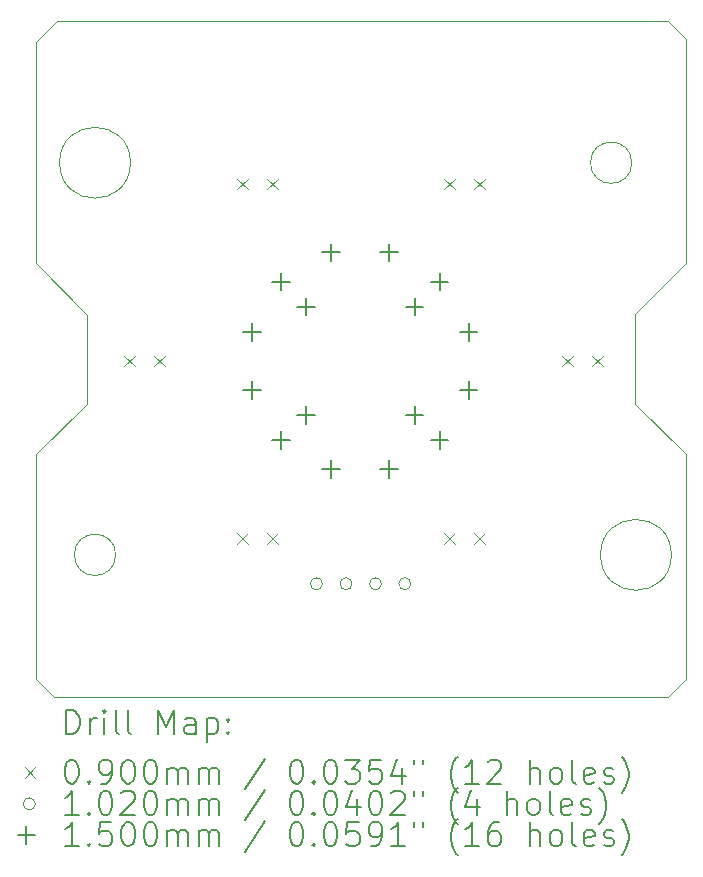
<source format=gbr>
%TF.GenerationSoftware,KiCad,Pcbnew,9.0.4-9.0.4-0~ubuntu24.04.1*%
%TF.CreationDate,2025-09-13T11:56:24+02:00*%
%TF.ProjectId,SMG_OVN_DE96-00994A,534d475f-4f56-44e5-9f44-4539362d3030,1*%
%TF.SameCoordinates,Original*%
%TF.FileFunction,Drillmap*%
%TF.FilePolarity,Positive*%
%FSLAX45Y45*%
G04 Gerber Fmt 4.5, Leading zero omitted, Abs format (unit mm)*
G04 Created by KiCad (PCBNEW 9.0.4-9.0.4-0~ubuntu24.04.1) date 2025-09-13 11:56:24*
%MOMM*%
%LPD*%
G01*
G04 APERTURE LIST*
%ADD10C,0.100000*%
%ADD11C,0.050000*%
%ADD12C,0.200000*%
%ADD13C,0.102000*%
%ADD14C,0.150000*%
G04 APERTURE END LIST*
D10*
X17770000Y-10030000D02*
X18200000Y-9600000D01*
X18200000Y-9600000D02*
X18200000Y-7700000D01*
D11*
X13500000Y-8750000D02*
G75*
G02*
X12900000Y-8750000I-300000J0D01*
G01*
X12900000Y-8750000D02*
G75*
G02*
X13500000Y-8750000I300000J0D01*
G01*
D10*
X18200000Y-11220000D02*
X17770000Y-10790000D01*
X18200000Y-13120000D02*
X18200000Y-11220000D01*
X13130000Y-10790000D02*
X12700000Y-11220000D01*
D11*
X17745000Y-8750000D02*
G75*
G02*
X17395000Y-8750000I-175000J0D01*
G01*
X17395000Y-8750000D02*
G75*
G02*
X17745000Y-8750000I175000J0D01*
G01*
D10*
X18200000Y-7700000D02*
X18050000Y-7550000D01*
X12700000Y-7725000D02*
X12700000Y-9600000D01*
X13130000Y-10040000D02*
X13130000Y-10790000D01*
X17770000Y-10790000D02*
X17770000Y-10030000D01*
X18050000Y-7550000D02*
X12875000Y-7550000D01*
X12700000Y-11220000D02*
X12700000Y-13120000D01*
X12875000Y-7550000D02*
X12700000Y-7725000D01*
X12850000Y-13270000D02*
X18050000Y-13270000D01*
X12700000Y-9600000D02*
X13130000Y-10040000D01*
D11*
X13375000Y-12070000D02*
G75*
G02*
X13025000Y-12070000I-175000J0D01*
G01*
X13025000Y-12070000D02*
G75*
G02*
X13375000Y-12070000I175000J0D01*
G01*
D10*
X18050000Y-13270000D02*
X18200000Y-13120000D01*
X12700000Y-13120000D02*
X12850000Y-13270000D01*
D11*
X18080000Y-12070000D02*
G75*
G02*
X17480000Y-12070000I-300000J0D01*
G01*
X17480000Y-12070000D02*
G75*
G02*
X18080000Y-12070000I300000J0D01*
G01*
D12*
D10*
X13445000Y-10385000D02*
X13535000Y-10475000D01*
X13535000Y-10385000D02*
X13445000Y-10475000D01*
X13699000Y-10385000D02*
X13789000Y-10475000D01*
X13789000Y-10385000D02*
X13699000Y-10475000D01*
X14405000Y-8885000D02*
X14495000Y-8975000D01*
X14495000Y-8885000D02*
X14405000Y-8975000D01*
X14405000Y-11885000D02*
X14495000Y-11975000D01*
X14495000Y-11885000D02*
X14405000Y-11975000D01*
X14659000Y-8885000D02*
X14749000Y-8975000D01*
X14749000Y-8885000D02*
X14659000Y-8975000D01*
X14659000Y-11885000D02*
X14749000Y-11975000D01*
X14749000Y-11885000D02*
X14659000Y-11975000D01*
X16155000Y-8885000D02*
X16245000Y-8975000D01*
X16245000Y-8885000D02*
X16155000Y-8975000D01*
X16155000Y-11885000D02*
X16245000Y-11975000D01*
X16245000Y-11885000D02*
X16155000Y-11975000D01*
X16409000Y-8885000D02*
X16499000Y-8975000D01*
X16499000Y-8885000D02*
X16409000Y-8975000D01*
X16409000Y-11885000D02*
X16499000Y-11975000D01*
X16499000Y-11885000D02*
X16409000Y-11975000D01*
X17155000Y-10385000D02*
X17245000Y-10475000D01*
X17245000Y-10385000D02*
X17155000Y-10475000D01*
X17409000Y-10385000D02*
X17499000Y-10475000D01*
X17499000Y-10385000D02*
X17409000Y-10475000D01*
D13*
X15126000Y-12315000D02*
G75*
G02*
X15024000Y-12315000I-51000J0D01*
G01*
X15024000Y-12315000D02*
G75*
G02*
X15126000Y-12315000I51000J0D01*
G01*
X15376000Y-12315000D02*
G75*
G02*
X15274000Y-12315000I-51000J0D01*
G01*
X15274000Y-12315000D02*
G75*
G02*
X15376000Y-12315000I51000J0D01*
G01*
X15626000Y-12315000D02*
G75*
G02*
X15524000Y-12315000I-51000J0D01*
G01*
X15524000Y-12315000D02*
G75*
G02*
X15626000Y-12315000I51000J0D01*
G01*
X15874807Y-12315000D02*
G75*
G02*
X15772807Y-12315000I-51000J0D01*
G01*
X15772807Y-12315000D02*
G75*
G02*
X15874807Y-12315000I51000J0D01*
G01*
D14*
X14528300Y-10106700D02*
X14528300Y-10256700D01*
X14453300Y-10181700D02*
X14603300Y-10181700D01*
X14528300Y-10598500D02*
X14528300Y-10748500D01*
X14453300Y-10673500D02*
X14603300Y-10673500D01*
X14774100Y-9680800D02*
X14774100Y-9830800D01*
X14699100Y-9755800D02*
X14849100Y-9755800D01*
X14774100Y-11024400D02*
X14774100Y-11174400D01*
X14699100Y-11099400D02*
X14849100Y-11099400D01*
X14986300Y-9893000D02*
X14986300Y-10043000D01*
X14911300Y-9968000D02*
X15061300Y-9968000D01*
X14986300Y-10812200D02*
X14986300Y-10962200D01*
X14911300Y-10887200D02*
X15061300Y-10887200D01*
X15200000Y-9435000D02*
X15200000Y-9585000D01*
X15125000Y-9510000D02*
X15275000Y-9510000D01*
X15200000Y-11270200D02*
X15200000Y-11420200D01*
X15125000Y-11345200D02*
X15275000Y-11345200D01*
X15691800Y-9435000D02*
X15691800Y-9585000D01*
X15616800Y-9510000D02*
X15766800Y-9510000D01*
X15691800Y-11270200D02*
X15691800Y-11420200D01*
X15616800Y-11345200D02*
X15766800Y-11345200D01*
X15905500Y-9893000D02*
X15905500Y-10043000D01*
X15830500Y-9968000D02*
X15980500Y-9968000D01*
X15905500Y-10812200D02*
X15905500Y-10962200D01*
X15830500Y-10887200D02*
X15980500Y-10887200D01*
X16117700Y-9680800D02*
X16117700Y-9830800D01*
X16042700Y-9755800D02*
X16192700Y-9755800D01*
X16117700Y-11024400D02*
X16117700Y-11174400D01*
X16042700Y-11099400D02*
X16192700Y-11099400D01*
X16363500Y-10106700D02*
X16363500Y-10256700D01*
X16288500Y-10181700D02*
X16438500Y-10181700D01*
X16363500Y-10598500D02*
X16363500Y-10748500D01*
X16288500Y-10673500D02*
X16438500Y-10673500D01*
D12*
X12955777Y-13586484D02*
X12955777Y-13386484D01*
X12955777Y-13386484D02*
X13003396Y-13386484D01*
X13003396Y-13386484D02*
X13031967Y-13396008D01*
X13031967Y-13396008D02*
X13051015Y-13415055D01*
X13051015Y-13415055D02*
X13060539Y-13434103D01*
X13060539Y-13434103D02*
X13070062Y-13472198D01*
X13070062Y-13472198D02*
X13070062Y-13500769D01*
X13070062Y-13500769D02*
X13060539Y-13538865D01*
X13060539Y-13538865D02*
X13051015Y-13557912D01*
X13051015Y-13557912D02*
X13031967Y-13576960D01*
X13031967Y-13576960D02*
X13003396Y-13586484D01*
X13003396Y-13586484D02*
X12955777Y-13586484D01*
X13155777Y-13586484D02*
X13155777Y-13453150D01*
X13155777Y-13491246D02*
X13165301Y-13472198D01*
X13165301Y-13472198D02*
X13174824Y-13462674D01*
X13174824Y-13462674D02*
X13193872Y-13453150D01*
X13193872Y-13453150D02*
X13212920Y-13453150D01*
X13279586Y-13586484D02*
X13279586Y-13453150D01*
X13279586Y-13386484D02*
X13270062Y-13396008D01*
X13270062Y-13396008D02*
X13279586Y-13405531D01*
X13279586Y-13405531D02*
X13289110Y-13396008D01*
X13289110Y-13396008D02*
X13279586Y-13386484D01*
X13279586Y-13386484D02*
X13279586Y-13405531D01*
X13403396Y-13586484D02*
X13384348Y-13576960D01*
X13384348Y-13576960D02*
X13374824Y-13557912D01*
X13374824Y-13557912D02*
X13374824Y-13386484D01*
X13508158Y-13586484D02*
X13489110Y-13576960D01*
X13489110Y-13576960D02*
X13479586Y-13557912D01*
X13479586Y-13557912D02*
X13479586Y-13386484D01*
X13736729Y-13586484D02*
X13736729Y-13386484D01*
X13736729Y-13386484D02*
X13803396Y-13529341D01*
X13803396Y-13529341D02*
X13870062Y-13386484D01*
X13870062Y-13386484D02*
X13870062Y-13586484D01*
X14051015Y-13586484D02*
X14051015Y-13481722D01*
X14051015Y-13481722D02*
X14041491Y-13462674D01*
X14041491Y-13462674D02*
X14022443Y-13453150D01*
X14022443Y-13453150D02*
X13984348Y-13453150D01*
X13984348Y-13453150D02*
X13965301Y-13462674D01*
X14051015Y-13576960D02*
X14031967Y-13586484D01*
X14031967Y-13586484D02*
X13984348Y-13586484D01*
X13984348Y-13586484D02*
X13965301Y-13576960D01*
X13965301Y-13576960D02*
X13955777Y-13557912D01*
X13955777Y-13557912D02*
X13955777Y-13538865D01*
X13955777Y-13538865D02*
X13965301Y-13519817D01*
X13965301Y-13519817D02*
X13984348Y-13510293D01*
X13984348Y-13510293D02*
X14031967Y-13510293D01*
X14031967Y-13510293D02*
X14051015Y-13500769D01*
X14146253Y-13453150D02*
X14146253Y-13653150D01*
X14146253Y-13462674D02*
X14165301Y-13453150D01*
X14165301Y-13453150D02*
X14203396Y-13453150D01*
X14203396Y-13453150D02*
X14222443Y-13462674D01*
X14222443Y-13462674D02*
X14231967Y-13472198D01*
X14231967Y-13472198D02*
X14241491Y-13491246D01*
X14241491Y-13491246D02*
X14241491Y-13548388D01*
X14241491Y-13548388D02*
X14231967Y-13567436D01*
X14231967Y-13567436D02*
X14222443Y-13576960D01*
X14222443Y-13576960D02*
X14203396Y-13586484D01*
X14203396Y-13586484D02*
X14165301Y-13586484D01*
X14165301Y-13586484D02*
X14146253Y-13576960D01*
X14327205Y-13567436D02*
X14336729Y-13576960D01*
X14336729Y-13576960D02*
X14327205Y-13586484D01*
X14327205Y-13586484D02*
X14317682Y-13576960D01*
X14317682Y-13576960D02*
X14327205Y-13567436D01*
X14327205Y-13567436D02*
X14327205Y-13586484D01*
X14327205Y-13462674D02*
X14336729Y-13472198D01*
X14336729Y-13472198D02*
X14327205Y-13481722D01*
X14327205Y-13481722D02*
X14317682Y-13472198D01*
X14317682Y-13472198D02*
X14327205Y-13462674D01*
X14327205Y-13462674D02*
X14327205Y-13481722D01*
D10*
X12605000Y-13870000D02*
X12695000Y-13960000D01*
X12695000Y-13870000D02*
X12605000Y-13960000D01*
D12*
X12993872Y-13806484D02*
X13012920Y-13806484D01*
X13012920Y-13806484D02*
X13031967Y-13816008D01*
X13031967Y-13816008D02*
X13041491Y-13825531D01*
X13041491Y-13825531D02*
X13051015Y-13844579D01*
X13051015Y-13844579D02*
X13060539Y-13882674D01*
X13060539Y-13882674D02*
X13060539Y-13930293D01*
X13060539Y-13930293D02*
X13051015Y-13968388D01*
X13051015Y-13968388D02*
X13041491Y-13987436D01*
X13041491Y-13987436D02*
X13031967Y-13996960D01*
X13031967Y-13996960D02*
X13012920Y-14006484D01*
X13012920Y-14006484D02*
X12993872Y-14006484D01*
X12993872Y-14006484D02*
X12974824Y-13996960D01*
X12974824Y-13996960D02*
X12965301Y-13987436D01*
X12965301Y-13987436D02*
X12955777Y-13968388D01*
X12955777Y-13968388D02*
X12946253Y-13930293D01*
X12946253Y-13930293D02*
X12946253Y-13882674D01*
X12946253Y-13882674D02*
X12955777Y-13844579D01*
X12955777Y-13844579D02*
X12965301Y-13825531D01*
X12965301Y-13825531D02*
X12974824Y-13816008D01*
X12974824Y-13816008D02*
X12993872Y-13806484D01*
X13146253Y-13987436D02*
X13155777Y-13996960D01*
X13155777Y-13996960D02*
X13146253Y-14006484D01*
X13146253Y-14006484D02*
X13136729Y-13996960D01*
X13136729Y-13996960D02*
X13146253Y-13987436D01*
X13146253Y-13987436D02*
X13146253Y-14006484D01*
X13251015Y-14006484D02*
X13289110Y-14006484D01*
X13289110Y-14006484D02*
X13308158Y-13996960D01*
X13308158Y-13996960D02*
X13317682Y-13987436D01*
X13317682Y-13987436D02*
X13336729Y-13958865D01*
X13336729Y-13958865D02*
X13346253Y-13920769D01*
X13346253Y-13920769D02*
X13346253Y-13844579D01*
X13346253Y-13844579D02*
X13336729Y-13825531D01*
X13336729Y-13825531D02*
X13327205Y-13816008D01*
X13327205Y-13816008D02*
X13308158Y-13806484D01*
X13308158Y-13806484D02*
X13270062Y-13806484D01*
X13270062Y-13806484D02*
X13251015Y-13816008D01*
X13251015Y-13816008D02*
X13241491Y-13825531D01*
X13241491Y-13825531D02*
X13231967Y-13844579D01*
X13231967Y-13844579D02*
X13231967Y-13892198D01*
X13231967Y-13892198D02*
X13241491Y-13911246D01*
X13241491Y-13911246D02*
X13251015Y-13920769D01*
X13251015Y-13920769D02*
X13270062Y-13930293D01*
X13270062Y-13930293D02*
X13308158Y-13930293D01*
X13308158Y-13930293D02*
X13327205Y-13920769D01*
X13327205Y-13920769D02*
X13336729Y-13911246D01*
X13336729Y-13911246D02*
X13346253Y-13892198D01*
X13470062Y-13806484D02*
X13489110Y-13806484D01*
X13489110Y-13806484D02*
X13508158Y-13816008D01*
X13508158Y-13816008D02*
X13517682Y-13825531D01*
X13517682Y-13825531D02*
X13527205Y-13844579D01*
X13527205Y-13844579D02*
X13536729Y-13882674D01*
X13536729Y-13882674D02*
X13536729Y-13930293D01*
X13536729Y-13930293D02*
X13527205Y-13968388D01*
X13527205Y-13968388D02*
X13517682Y-13987436D01*
X13517682Y-13987436D02*
X13508158Y-13996960D01*
X13508158Y-13996960D02*
X13489110Y-14006484D01*
X13489110Y-14006484D02*
X13470062Y-14006484D01*
X13470062Y-14006484D02*
X13451015Y-13996960D01*
X13451015Y-13996960D02*
X13441491Y-13987436D01*
X13441491Y-13987436D02*
X13431967Y-13968388D01*
X13431967Y-13968388D02*
X13422443Y-13930293D01*
X13422443Y-13930293D02*
X13422443Y-13882674D01*
X13422443Y-13882674D02*
X13431967Y-13844579D01*
X13431967Y-13844579D02*
X13441491Y-13825531D01*
X13441491Y-13825531D02*
X13451015Y-13816008D01*
X13451015Y-13816008D02*
X13470062Y-13806484D01*
X13660539Y-13806484D02*
X13679586Y-13806484D01*
X13679586Y-13806484D02*
X13698634Y-13816008D01*
X13698634Y-13816008D02*
X13708158Y-13825531D01*
X13708158Y-13825531D02*
X13717682Y-13844579D01*
X13717682Y-13844579D02*
X13727205Y-13882674D01*
X13727205Y-13882674D02*
X13727205Y-13930293D01*
X13727205Y-13930293D02*
X13717682Y-13968388D01*
X13717682Y-13968388D02*
X13708158Y-13987436D01*
X13708158Y-13987436D02*
X13698634Y-13996960D01*
X13698634Y-13996960D02*
X13679586Y-14006484D01*
X13679586Y-14006484D02*
X13660539Y-14006484D01*
X13660539Y-14006484D02*
X13641491Y-13996960D01*
X13641491Y-13996960D02*
X13631967Y-13987436D01*
X13631967Y-13987436D02*
X13622443Y-13968388D01*
X13622443Y-13968388D02*
X13612920Y-13930293D01*
X13612920Y-13930293D02*
X13612920Y-13882674D01*
X13612920Y-13882674D02*
X13622443Y-13844579D01*
X13622443Y-13844579D02*
X13631967Y-13825531D01*
X13631967Y-13825531D02*
X13641491Y-13816008D01*
X13641491Y-13816008D02*
X13660539Y-13806484D01*
X13812920Y-14006484D02*
X13812920Y-13873150D01*
X13812920Y-13892198D02*
X13822443Y-13882674D01*
X13822443Y-13882674D02*
X13841491Y-13873150D01*
X13841491Y-13873150D02*
X13870063Y-13873150D01*
X13870063Y-13873150D02*
X13889110Y-13882674D01*
X13889110Y-13882674D02*
X13898634Y-13901722D01*
X13898634Y-13901722D02*
X13898634Y-14006484D01*
X13898634Y-13901722D02*
X13908158Y-13882674D01*
X13908158Y-13882674D02*
X13927205Y-13873150D01*
X13927205Y-13873150D02*
X13955777Y-13873150D01*
X13955777Y-13873150D02*
X13974824Y-13882674D01*
X13974824Y-13882674D02*
X13984348Y-13901722D01*
X13984348Y-13901722D02*
X13984348Y-14006484D01*
X14079586Y-14006484D02*
X14079586Y-13873150D01*
X14079586Y-13892198D02*
X14089110Y-13882674D01*
X14089110Y-13882674D02*
X14108158Y-13873150D01*
X14108158Y-13873150D02*
X14136729Y-13873150D01*
X14136729Y-13873150D02*
X14155777Y-13882674D01*
X14155777Y-13882674D02*
X14165301Y-13901722D01*
X14165301Y-13901722D02*
X14165301Y-14006484D01*
X14165301Y-13901722D02*
X14174824Y-13882674D01*
X14174824Y-13882674D02*
X14193872Y-13873150D01*
X14193872Y-13873150D02*
X14222443Y-13873150D01*
X14222443Y-13873150D02*
X14241491Y-13882674D01*
X14241491Y-13882674D02*
X14251015Y-13901722D01*
X14251015Y-13901722D02*
X14251015Y-14006484D01*
X14641491Y-13796960D02*
X14470063Y-14054103D01*
X14898634Y-13806484D02*
X14917682Y-13806484D01*
X14917682Y-13806484D02*
X14936729Y-13816008D01*
X14936729Y-13816008D02*
X14946253Y-13825531D01*
X14946253Y-13825531D02*
X14955777Y-13844579D01*
X14955777Y-13844579D02*
X14965301Y-13882674D01*
X14965301Y-13882674D02*
X14965301Y-13930293D01*
X14965301Y-13930293D02*
X14955777Y-13968388D01*
X14955777Y-13968388D02*
X14946253Y-13987436D01*
X14946253Y-13987436D02*
X14936729Y-13996960D01*
X14936729Y-13996960D02*
X14917682Y-14006484D01*
X14917682Y-14006484D02*
X14898634Y-14006484D01*
X14898634Y-14006484D02*
X14879586Y-13996960D01*
X14879586Y-13996960D02*
X14870063Y-13987436D01*
X14870063Y-13987436D02*
X14860539Y-13968388D01*
X14860539Y-13968388D02*
X14851015Y-13930293D01*
X14851015Y-13930293D02*
X14851015Y-13882674D01*
X14851015Y-13882674D02*
X14860539Y-13844579D01*
X14860539Y-13844579D02*
X14870063Y-13825531D01*
X14870063Y-13825531D02*
X14879586Y-13816008D01*
X14879586Y-13816008D02*
X14898634Y-13806484D01*
X15051015Y-13987436D02*
X15060539Y-13996960D01*
X15060539Y-13996960D02*
X15051015Y-14006484D01*
X15051015Y-14006484D02*
X15041491Y-13996960D01*
X15041491Y-13996960D02*
X15051015Y-13987436D01*
X15051015Y-13987436D02*
X15051015Y-14006484D01*
X15184348Y-13806484D02*
X15203396Y-13806484D01*
X15203396Y-13806484D02*
X15222444Y-13816008D01*
X15222444Y-13816008D02*
X15231967Y-13825531D01*
X15231967Y-13825531D02*
X15241491Y-13844579D01*
X15241491Y-13844579D02*
X15251015Y-13882674D01*
X15251015Y-13882674D02*
X15251015Y-13930293D01*
X15251015Y-13930293D02*
X15241491Y-13968388D01*
X15241491Y-13968388D02*
X15231967Y-13987436D01*
X15231967Y-13987436D02*
X15222444Y-13996960D01*
X15222444Y-13996960D02*
X15203396Y-14006484D01*
X15203396Y-14006484D02*
X15184348Y-14006484D01*
X15184348Y-14006484D02*
X15165301Y-13996960D01*
X15165301Y-13996960D02*
X15155777Y-13987436D01*
X15155777Y-13987436D02*
X15146253Y-13968388D01*
X15146253Y-13968388D02*
X15136729Y-13930293D01*
X15136729Y-13930293D02*
X15136729Y-13882674D01*
X15136729Y-13882674D02*
X15146253Y-13844579D01*
X15146253Y-13844579D02*
X15155777Y-13825531D01*
X15155777Y-13825531D02*
X15165301Y-13816008D01*
X15165301Y-13816008D02*
X15184348Y-13806484D01*
X15317682Y-13806484D02*
X15441491Y-13806484D01*
X15441491Y-13806484D02*
X15374825Y-13882674D01*
X15374825Y-13882674D02*
X15403396Y-13882674D01*
X15403396Y-13882674D02*
X15422444Y-13892198D01*
X15422444Y-13892198D02*
X15431967Y-13901722D01*
X15431967Y-13901722D02*
X15441491Y-13920769D01*
X15441491Y-13920769D02*
X15441491Y-13968388D01*
X15441491Y-13968388D02*
X15431967Y-13987436D01*
X15431967Y-13987436D02*
X15422444Y-13996960D01*
X15422444Y-13996960D02*
X15403396Y-14006484D01*
X15403396Y-14006484D02*
X15346253Y-14006484D01*
X15346253Y-14006484D02*
X15327206Y-13996960D01*
X15327206Y-13996960D02*
X15317682Y-13987436D01*
X15622444Y-13806484D02*
X15527206Y-13806484D01*
X15527206Y-13806484D02*
X15517682Y-13901722D01*
X15517682Y-13901722D02*
X15527206Y-13892198D01*
X15527206Y-13892198D02*
X15546253Y-13882674D01*
X15546253Y-13882674D02*
X15593872Y-13882674D01*
X15593872Y-13882674D02*
X15612920Y-13892198D01*
X15612920Y-13892198D02*
X15622444Y-13901722D01*
X15622444Y-13901722D02*
X15631967Y-13920769D01*
X15631967Y-13920769D02*
X15631967Y-13968388D01*
X15631967Y-13968388D02*
X15622444Y-13987436D01*
X15622444Y-13987436D02*
X15612920Y-13996960D01*
X15612920Y-13996960D02*
X15593872Y-14006484D01*
X15593872Y-14006484D02*
X15546253Y-14006484D01*
X15546253Y-14006484D02*
X15527206Y-13996960D01*
X15527206Y-13996960D02*
X15517682Y-13987436D01*
X15803396Y-13873150D02*
X15803396Y-14006484D01*
X15755777Y-13796960D02*
X15708158Y-13939817D01*
X15708158Y-13939817D02*
X15831967Y-13939817D01*
X15898634Y-13806484D02*
X15898634Y-13844579D01*
X15974825Y-13806484D02*
X15974825Y-13844579D01*
X16270063Y-14082674D02*
X16260539Y-14073150D01*
X16260539Y-14073150D02*
X16241491Y-14044579D01*
X16241491Y-14044579D02*
X16231968Y-14025531D01*
X16231968Y-14025531D02*
X16222444Y-13996960D01*
X16222444Y-13996960D02*
X16212920Y-13949341D01*
X16212920Y-13949341D02*
X16212920Y-13911246D01*
X16212920Y-13911246D02*
X16222444Y-13863627D01*
X16222444Y-13863627D02*
X16231968Y-13835055D01*
X16231968Y-13835055D02*
X16241491Y-13816008D01*
X16241491Y-13816008D02*
X16260539Y-13787436D01*
X16260539Y-13787436D02*
X16270063Y-13777912D01*
X16451015Y-14006484D02*
X16336729Y-14006484D01*
X16393872Y-14006484D02*
X16393872Y-13806484D01*
X16393872Y-13806484D02*
X16374825Y-13835055D01*
X16374825Y-13835055D02*
X16355777Y-13854103D01*
X16355777Y-13854103D02*
X16336729Y-13863627D01*
X16527206Y-13825531D02*
X16536729Y-13816008D01*
X16536729Y-13816008D02*
X16555777Y-13806484D01*
X16555777Y-13806484D02*
X16603396Y-13806484D01*
X16603396Y-13806484D02*
X16622444Y-13816008D01*
X16622444Y-13816008D02*
X16631968Y-13825531D01*
X16631968Y-13825531D02*
X16641491Y-13844579D01*
X16641491Y-13844579D02*
X16641491Y-13863627D01*
X16641491Y-13863627D02*
X16631968Y-13892198D01*
X16631968Y-13892198D02*
X16517682Y-14006484D01*
X16517682Y-14006484D02*
X16641491Y-14006484D01*
X16879587Y-14006484D02*
X16879587Y-13806484D01*
X16965301Y-14006484D02*
X16965301Y-13901722D01*
X16965301Y-13901722D02*
X16955777Y-13882674D01*
X16955777Y-13882674D02*
X16936730Y-13873150D01*
X16936730Y-13873150D02*
X16908158Y-13873150D01*
X16908158Y-13873150D02*
X16889111Y-13882674D01*
X16889111Y-13882674D02*
X16879587Y-13892198D01*
X17089111Y-14006484D02*
X17070063Y-13996960D01*
X17070063Y-13996960D02*
X17060539Y-13987436D01*
X17060539Y-13987436D02*
X17051015Y-13968388D01*
X17051015Y-13968388D02*
X17051015Y-13911246D01*
X17051015Y-13911246D02*
X17060539Y-13892198D01*
X17060539Y-13892198D02*
X17070063Y-13882674D01*
X17070063Y-13882674D02*
X17089111Y-13873150D01*
X17089111Y-13873150D02*
X17117682Y-13873150D01*
X17117682Y-13873150D02*
X17136730Y-13882674D01*
X17136730Y-13882674D02*
X17146253Y-13892198D01*
X17146253Y-13892198D02*
X17155777Y-13911246D01*
X17155777Y-13911246D02*
X17155777Y-13968388D01*
X17155777Y-13968388D02*
X17146253Y-13987436D01*
X17146253Y-13987436D02*
X17136730Y-13996960D01*
X17136730Y-13996960D02*
X17117682Y-14006484D01*
X17117682Y-14006484D02*
X17089111Y-14006484D01*
X17270063Y-14006484D02*
X17251015Y-13996960D01*
X17251015Y-13996960D02*
X17241492Y-13977912D01*
X17241492Y-13977912D02*
X17241492Y-13806484D01*
X17422444Y-13996960D02*
X17403396Y-14006484D01*
X17403396Y-14006484D02*
X17365301Y-14006484D01*
X17365301Y-14006484D02*
X17346253Y-13996960D01*
X17346253Y-13996960D02*
X17336730Y-13977912D01*
X17336730Y-13977912D02*
X17336730Y-13901722D01*
X17336730Y-13901722D02*
X17346253Y-13882674D01*
X17346253Y-13882674D02*
X17365301Y-13873150D01*
X17365301Y-13873150D02*
X17403396Y-13873150D01*
X17403396Y-13873150D02*
X17422444Y-13882674D01*
X17422444Y-13882674D02*
X17431968Y-13901722D01*
X17431968Y-13901722D02*
X17431968Y-13920769D01*
X17431968Y-13920769D02*
X17336730Y-13939817D01*
X17508158Y-13996960D02*
X17527206Y-14006484D01*
X17527206Y-14006484D02*
X17565301Y-14006484D01*
X17565301Y-14006484D02*
X17584349Y-13996960D01*
X17584349Y-13996960D02*
X17593873Y-13977912D01*
X17593873Y-13977912D02*
X17593873Y-13968388D01*
X17593873Y-13968388D02*
X17584349Y-13949341D01*
X17584349Y-13949341D02*
X17565301Y-13939817D01*
X17565301Y-13939817D02*
X17536730Y-13939817D01*
X17536730Y-13939817D02*
X17517682Y-13930293D01*
X17517682Y-13930293D02*
X17508158Y-13911246D01*
X17508158Y-13911246D02*
X17508158Y-13901722D01*
X17508158Y-13901722D02*
X17517682Y-13882674D01*
X17517682Y-13882674D02*
X17536730Y-13873150D01*
X17536730Y-13873150D02*
X17565301Y-13873150D01*
X17565301Y-13873150D02*
X17584349Y-13882674D01*
X17660539Y-14082674D02*
X17670063Y-14073150D01*
X17670063Y-14073150D02*
X17689111Y-14044579D01*
X17689111Y-14044579D02*
X17698634Y-14025531D01*
X17698634Y-14025531D02*
X17708158Y-13996960D01*
X17708158Y-13996960D02*
X17717682Y-13949341D01*
X17717682Y-13949341D02*
X17717682Y-13911246D01*
X17717682Y-13911246D02*
X17708158Y-13863627D01*
X17708158Y-13863627D02*
X17698634Y-13835055D01*
X17698634Y-13835055D02*
X17689111Y-13816008D01*
X17689111Y-13816008D02*
X17670063Y-13787436D01*
X17670063Y-13787436D02*
X17660539Y-13777912D01*
D13*
X12695000Y-14179000D02*
G75*
G02*
X12593000Y-14179000I-51000J0D01*
G01*
X12593000Y-14179000D02*
G75*
G02*
X12695000Y-14179000I51000J0D01*
G01*
D12*
X13060539Y-14270484D02*
X12946253Y-14270484D01*
X13003396Y-14270484D02*
X13003396Y-14070484D01*
X13003396Y-14070484D02*
X12984348Y-14099055D01*
X12984348Y-14099055D02*
X12965301Y-14118103D01*
X12965301Y-14118103D02*
X12946253Y-14127627D01*
X13146253Y-14251436D02*
X13155777Y-14260960D01*
X13155777Y-14260960D02*
X13146253Y-14270484D01*
X13146253Y-14270484D02*
X13136729Y-14260960D01*
X13136729Y-14260960D02*
X13146253Y-14251436D01*
X13146253Y-14251436D02*
X13146253Y-14270484D01*
X13279586Y-14070484D02*
X13298634Y-14070484D01*
X13298634Y-14070484D02*
X13317682Y-14080008D01*
X13317682Y-14080008D02*
X13327205Y-14089531D01*
X13327205Y-14089531D02*
X13336729Y-14108579D01*
X13336729Y-14108579D02*
X13346253Y-14146674D01*
X13346253Y-14146674D02*
X13346253Y-14194293D01*
X13346253Y-14194293D02*
X13336729Y-14232388D01*
X13336729Y-14232388D02*
X13327205Y-14251436D01*
X13327205Y-14251436D02*
X13317682Y-14260960D01*
X13317682Y-14260960D02*
X13298634Y-14270484D01*
X13298634Y-14270484D02*
X13279586Y-14270484D01*
X13279586Y-14270484D02*
X13260539Y-14260960D01*
X13260539Y-14260960D02*
X13251015Y-14251436D01*
X13251015Y-14251436D02*
X13241491Y-14232388D01*
X13241491Y-14232388D02*
X13231967Y-14194293D01*
X13231967Y-14194293D02*
X13231967Y-14146674D01*
X13231967Y-14146674D02*
X13241491Y-14108579D01*
X13241491Y-14108579D02*
X13251015Y-14089531D01*
X13251015Y-14089531D02*
X13260539Y-14080008D01*
X13260539Y-14080008D02*
X13279586Y-14070484D01*
X13422443Y-14089531D02*
X13431967Y-14080008D01*
X13431967Y-14080008D02*
X13451015Y-14070484D01*
X13451015Y-14070484D02*
X13498634Y-14070484D01*
X13498634Y-14070484D02*
X13517682Y-14080008D01*
X13517682Y-14080008D02*
X13527205Y-14089531D01*
X13527205Y-14089531D02*
X13536729Y-14108579D01*
X13536729Y-14108579D02*
X13536729Y-14127627D01*
X13536729Y-14127627D02*
X13527205Y-14156198D01*
X13527205Y-14156198D02*
X13412920Y-14270484D01*
X13412920Y-14270484D02*
X13536729Y-14270484D01*
X13660539Y-14070484D02*
X13679586Y-14070484D01*
X13679586Y-14070484D02*
X13698634Y-14080008D01*
X13698634Y-14080008D02*
X13708158Y-14089531D01*
X13708158Y-14089531D02*
X13717682Y-14108579D01*
X13717682Y-14108579D02*
X13727205Y-14146674D01*
X13727205Y-14146674D02*
X13727205Y-14194293D01*
X13727205Y-14194293D02*
X13717682Y-14232388D01*
X13717682Y-14232388D02*
X13708158Y-14251436D01*
X13708158Y-14251436D02*
X13698634Y-14260960D01*
X13698634Y-14260960D02*
X13679586Y-14270484D01*
X13679586Y-14270484D02*
X13660539Y-14270484D01*
X13660539Y-14270484D02*
X13641491Y-14260960D01*
X13641491Y-14260960D02*
X13631967Y-14251436D01*
X13631967Y-14251436D02*
X13622443Y-14232388D01*
X13622443Y-14232388D02*
X13612920Y-14194293D01*
X13612920Y-14194293D02*
X13612920Y-14146674D01*
X13612920Y-14146674D02*
X13622443Y-14108579D01*
X13622443Y-14108579D02*
X13631967Y-14089531D01*
X13631967Y-14089531D02*
X13641491Y-14080008D01*
X13641491Y-14080008D02*
X13660539Y-14070484D01*
X13812920Y-14270484D02*
X13812920Y-14137150D01*
X13812920Y-14156198D02*
X13822443Y-14146674D01*
X13822443Y-14146674D02*
X13841491Y-14137150D01*
X13841491Y-14137150D02*
X13870063Y-14137150D01*
X13870063Y-14137150D02*
X13889110Y-14146674D01*
X13889110Y-14146674D02*
X13898634Y-14165722D01*
X13898634Y-14165722D02*
X13898634Y-14270484D01*
X13898634Y-14165722D02*
X13908158Y-14146674D01*
X13908158Y-14146674D02*
X13927205Y-14137150D01*
X13927205Y-14137150D02*
X13955777Y-14137150D01*
X13955777Y-14137150D02*
X13974824Y-14146674D01*
X13974824Y-14146674D02*
X13984348Y-14165722D01*
X13984348Y-14165722D02*
X13984348Y-14270484D01*
X14079586Y-14270484D02*
X14079586Y-14137150D01*
X14079586Y-14156198D02*
X14089110Y-14146674D01*
X14089110Y-14146674D02*
X14108158Y-14137150D01*
X14108158Y-14137150D02*
X14136729Y-14137150D01*
X14136729Y-14137150D02*
X14155777Y-14146674D01*
X14155777Y-14146674D02*
X14165301Y-14165722D01*
X14165301Y-14165722D02*
X14165301Y-14270484D01*
X14165301Y-14165722D02*
X14174824Y-14146674D01*
X14174824Y-14146674D02*
X14193872Y-14137150D01*
X14193872Y-14137150D02*
X14222443Y-14137150D01*
X14222443Y-14137150D02*
X14241491Y-14146674D01*
X14241491Y-14146674D02*
X14251015Y-14165722D01*
X14251015Y-14165722D02*
X14251015Y-14270484D01*
X14641491Y-14060960D02*
X14470063Y-14318103D01*
X14898634Y-14070484D02*
X14917682Y-14070484D01*
X14917682Y-14070484D02*
X14936729Y-14080008D01*
X14936729Y-14080008D02*
X14946253Y-14089531D01*
X14946253Y-14089531D02*
X14955777Y-14108579D01*
X14955777Y-14108579D02*
X14965301Y-14146674D01*
X14965301Y-14146674D02*
X14965301Y-14194293D01*
X14965301Y-14194293D02*
X14955777Y-14232388D01*
X14955777Y-14232388D02*
X14946253Y-14251436D01*
X14946253Y-14251436D02*
X14936729Y-14260960D01*
X14936729Y-14260960D02*
X14917682Y-14270484D01*
X14917682Y-14270484D02*
X14898634Y-14270484D01*
X14898634Y-14270484D02*
X14879586Y-14260960D01*
X14879586Y-14260960D02*
X14870063Y-14251436D01*
X14870063Y-14251436D02*
X14860539Y-14232388D01*
X14860539Y-14232388D02*
X14851015Y-14194293D01*
X14851015Y-14194293D02*
X14851015Y-14146674D01*
X14851015Y-14146674D02*
X14860539Y-14108579D01*
X14860539Y-14108579D02*
X14870063Y-14089531D01*
X14870063Y-14089531D02*
X14879586Y-14080008D01*
X14879586Y-14080008D02*
X14898634Y-14070484D01*
X15051015Y-14251436D02*
X15060539Y-14260960D01*
X15060539Y-14260960D02*
X15051015Y-14270484D01*
X15051015Y-14270484D02*
X15041491Y-14260960D01*
X15041491Y-14260960D02*
X15051015Y-14251436D01*
X15051015Y-14251436D02*
X15051015Y-14270484D01*
X15184348Y-14070484D02*
X15203396Y-14070484D01*
X15203396Y-14070484D02*
X15222444Y-14080008D01*
X15222444Y-14080008D02*
X15231967Y-14089531D01*
X15231967Y-14089531D02*
X15241491Y-14108579D01*
X15241491Y-14108579D02*
X15251015Y-14146674D01*
X15251015Y-14146674D02*
X15251015Y-14194293D01*
X15251015Y-14194293D02*
X15241491Y-14232388D01*
X15241491Y-14232388D02*
X15231967Y-14251436D01*
X15231967Y-14251436D02*
X15222444Y-14260960D01*
X15222444Y-14260960D02*
X15203396Y-14270484D01*
X15203396Y-14270484D02*
X15184348Y-14270484D01*
X15184348Y-14270484D02*
X15165301Y-14260960D01*
X15165301Y-14260960D02*
X15155777Y-14251436D01*
X15155777Y-14251436D02*
X15146253Y-14232388D01*
X15146253Y-14232388D02*
X15136729Y-14194293D01*
X15136729Y-14194293D02*
X15136729Y-14146674D01*
X15136729Y-14146674D02*
X15146253Y-14108579D01*
X15146253Y-14108579D02*
X15155777Y-14089531D01*
X15155777Y-14089531D02*
X15165301Y-14080008D01*
X15165301Y-14080008D02*
X15184348Y-14070484D01*
X15422444Y-14137150D02*
X15422444Y-14270484D01*
X15374825Y-14060960D02*
X15327206Y-14203817D01*
X15327206Y-14203817D02*
X15451015Y-14203817D01*
X15565301Y-14070484D02*
X15584348Y-14070484D01*
X15584348Y-14070484D02*
X15603396Y-14080008D01*
X15603396Y-14080008D02*
X15612920Y-14089531D01*
X15612920Y-14089531D02*
X15622444Y-14108579D01*
X15622444Y-14108579D02*
X15631967Y-14146674D01*
X15631967Y-14146674D02*
X15631967Y-14194293D01*
X15631967Y-14194293D02*
X15622444Y-14232388D01*
X15622444Y-14232388D02*
X15612920Y-14251436D01*
X15612920Y-14251436D02*
X15603396Y-14260960D01*
X15603396Y-14260960D02*
X15584348Y-14270484D01*
X15584348Y-14270484D02*
X15565301Y-14270484D01*
X15565301Y-14270484D02*
X15546253Y-14260960D01*
X15546253Y-14260960D02*
X15536729Y-14251436D01*
X15536729Y-14251436D02*
X15527206Y-14232388D01*
X15527206Y-14232388D02*
X15517682Y-14194293D01*
X15517682Y-14194293D02*
X15517682Y-14146674D01*
X15517682Y-14146674D02*
X15527206Y-14108579D01*
X15527206Y-14108579D02*
X15536729Y-14089531D01*
X15536729Y-14089531D02*
X15546253Y-14080008D01*
X15546253Y-14080008D02*
X15565301Y-14070484D01*
X15708158Y-14089531D02*
X15717682Y-14080008D01*
X15717682Y-14080008D02*
X15736729Y-14070484D01*
X15736729Y-14070484D02*
X15784348Y-14070484D01*
X15784348Y-14070484D02*
X15803396Y-14080008D01*
X15803396Y-14080008D02*
X15812920Y-14089531D01*
X15812920Y-14089531D02*
X15822444Y-14108579D01*
X15822444Y-14108579D02*
X15822444Y-14127627D01*
X15822444Y-14127627D02*
X15812920Y-14156198D01*
X15812920Y-14156198D02*
X15698634Y-14270484D01*
X15698634Y-14270484D02*
X15822444Y-14270484D01*
X15898634Y-14070484D02*
X15898634Y-14108579D01*
X15974825Y-14070484D02*
X15974825Y-14108579D01*
X16270063Y-14346674D02*
X16260539Y-14337150D01*
X16260539Y-14337150D02*
X16241491Y-14308579D01*
X16241491Y-14308579D02*
X16231968Y-14289531D01*
X16231968Y-14289531D02*
X16222444Y-14260960D01*
X16222444Y-14260960D02*
X16212920Y-14213341D01*
X16212920Y-14213341D02*
X16212920Y-14175246D01*
X16212920Y-14175246D02*
X16222444Y-14127627D01*
X16222444Y-14127627D02*
X16231968Y-14099055D01*
X16231968Y-14099055D02*
X16241491Y-14080008D01*
X16241491Y-14080008D02*
X16260539Y-14051436D01*
X16260539Y-14051436D02*
X16270063Y-14041912D01*
X16431968Y-14137150D02*
X16431968Y-14270484D01*
X16384348Y-14060960D02*
X16336729Y-14203817D01*
X16336729Y-14203817D02*
X16460539Y-14203817D01*
X16689110Y-14270484D02*
X16689110Y-14070484D01*
X16774825Y-14270484D02*
X16774825Y-14165722D01*
X16774825Y-14165722D02*
X16765301Y-14146674D01*
X16765301Y-14146674D02*
X16746253Y-14137150D01*
X16746253Y-14137150D02*
X16717682Y-14137150D01*
X16717682Y-14137150D02*
X16698634Y-14146674D01*
X16698634Y-14146674D02*
X16689110Y-14156198D01*
X16898634Y-14270484D02*
X16879587Y-14260960D01*
X16879587Y-14260960D02*
X16870063Y-14251436D01*
X16870063Y-14251436D02*
X16860539Y-14232388D01*
X16860539Y-14232388D02*
X16860539Y-14175246D01*
X16860539Y-14175246D02*
X16870063Y-14156198D01*
X16870063Y-14156198D02*
X16879587Y-14146674D01*
X16879587Y-14146674D02*
X16898634Y-14137150D01*
X16898634Y-14137150D02*
X16927206Y-14137150D01*
X16927206Y-14137150D02*
X16946253Y-14146674D01*
X16946253Y-14146674D02*
X16955777Y-14156198D01*
X16955777Y-14156198D02*
X16965301Y-14175246D01*
X16965301Y-14175246D02*
X16965301Y-14232388D01*
X16965301Y-14232388D02*
X16955777Y-14251436D01*
X16955777Y-14251436D02*
X16946253Y-14260960D01*
X16946253Y-14260960D02*
X16927206Y-14270484D01*
X16927206Y-14270484D02*
X16898634Y-14270484D01*
X17079587Y-14270484D02*
X17060539Y-14260960D01*
X17060539Y-14260960D02*
X17051015Y-14241912D01*
X17051015Y-14241912D02*
X17051015Y-14070484D01*
X17231968Y-14260960D02*
X17212920Y-14270484D01*
X17212920Y-14270484D02*
X17174825Y-14270484D01*
X17174825Y-14270484D02*
X17155777Y-14260960D01*
X17155777Y-14260960D02*
X17146253Y-14241912D01*
X17146253Y-14241912D02*
X17146253Y-14165722D01*
X17146253Y-14165722D02*
X17155777Y-14146674D01*
X17155777Y-14146674D02*
X17174825Y-14137150D01*
X17174825Y-14137150D02*
X17212920Y-14137150D01*
X17212920Y-14137150D02*
X17231968Y-14146674D01*
X17231968Y-14146674D02*
X17241492Y-14165722D01*
X17241492Y-14165722D02*
X17241492Y-14184769D01*
X17241492Y-14184769D02*
X17146253Y-14203817D01*
X17317682Y-14260960D02*
X17336730Y-14270484D01*
X17336730Y-14270484D02*
X17374825Y-14270484D01*
X17374825Y-14270484D02*
X17393873Y-14260960D01*
X17393873Y-14260960D02*
X17403396Y-14241912D01*
X17403396Y-14241912D02*
X17403396Y-14232388D01*
X17403396Y-14232388D02*
X17393873Y-14213341D01*
X17393873Y-14213341D02*
X17374825Y-14203817D01*
X17374825Y-14203817D02*
X17346253Y-14203817D01*
X17346253Y-14203817D02*
X17327206Y-14194293D01*
X17327206Y-14194293D02*
X17317682Y-14175246D01*
X17317682Y-14175246D02*
X17317682Y-14165722D01*
X17317682Y-14165722D02*
X17327206Y-14146674D01*
X17327206Y-14146674D02*
X17346253Y-14137150D01*
X17346253Y-14137150D02*
X17374825Y-14137150D01*
X17374825Y-14137150D02*
X17393873Y-14146674D01*
X17470063Y-14346674D02*
X17479587Y-14337150D01*
X17479587Y-14337150D02*
X17498634Y-14308579D01*
X17498634Y-14308579D02*
X17508158Y-14289531D01*
X17508158Y-14289531D02*
X17517682Y-14260960D01*
X17517682Y-14260960D02*
X17527206Y-14213341D01*
X17527206Y-14213341D02*
X17527206Y-14175246D01*
X17527206Y-14175246D02*
X17517682Y-14127627D01*
X17517682Y-14127627D02*
X17508158Y-14099055D01*
X17508158Y-14099055D02*
X17498634Y-14080008D01*
X17498634Y-14080008D02*
X17479587Y-14051436D01*
X17479587Y-14051436D02*
X17470063Y-14041912D01*
D14*
X12620000Y-14368000D02*
X12620000Y-14518000D01*
X12545000Y-14443000D02*
X12695000Y-14443000D01*
D12*
X13060539Y-14534484D02*
X12946253Y-14534484D01*
X13003396Y-14534484D02*
X13003396Y-14334484D01*
X13003396Y-14334484D02*
X12984348Y-14363055D01*
X12984348Y-14363055D02*
X12965301Y-14382103D01*
X12965301Y-14382103D02*
X12946253Y-14391627D01*
X13146253Y-14515436D02*
X13155777Y-14524960D01*
X13155777Y-14524960D02*
X13146253Y-14534484D01*
X13146253Y-14534484D02*
X13136729Y-14524960D01*
X13136729Y-14524960D02*
X13146253Y-14515436D01*
X13146253Y-14515436D02*
X13146253Y-14534484D01*
X13336729Y-14334484D02*
X13241491Y-14334484D01*
X13241491Y-14334484D02*
X13231967Y-14429722D01*
X13231967Y-14429722D02*
X13241491Y-14420198D01*
X13241491Y-14420198D02*
X13260539Y-14410674D01*
X13260539Y-14410674D02*
X13308158Y-14410674D01*
X13308158Y-14410674D02*
X13327205Y-14420198D01*
X13327205Y-14420198D02*
X13336729Y-14429722D01*
X13336729Y-14429722D02*
X13346253Y-14448769D01*
X13346253Y-14448769D02*
X13346253Y-14496388D01*
X13346253Y-14496388D02*
X13336729Y-14515436D01*
X13336729Y-14515436D02*
X13327205Y-14524960D01*
X13327205Y-14524960D02*
X13308158Y-14534484D01*
X13308158Y-14534484D02*
X13260539Y-14534484D01*
X13260539Y-14534484D02*
X13241491Y-14524960D01*
X13241491Y-14524960D02*
X13231967Y-14515436D01*
X13470062Y-14334484D02*
X13489110Y-14334484D01*
X13489110Y-14334484D02*
X13508158Y-14344008D01*
X13508158Y-14344008D02*
X13517682Y-14353531D01*
X13517682Y-14353531D02*
X13527205Y-14372579D01*
X13527205Y-14372579D02*
X13536729Y-14410674D01*
X13536729Y-14410674D02*
X13536729Y-14458293D01*
X13536729Y-14458293D02*
X13527205Y-14496388D01*
X13527205Y-14496388D02*
X13517682Y-14515436D01*
X13517682Y-14515436D02*
X13508158Y-14524960D01*
X13508158Y-14524960D02*
X13489110Y-14534484D01*
X13489110Y-14534484D02*
X13470062Y-14534484D01*
X13470062Y-14534484D02*
X13451015Y-14524960D01*
X13451015Y-14524960D02*
X13441491Y-14515436D01*
X13441491Y-14515436D02*
X13431967Y-14496388D01*
X13431967Y-14496388D02*
X13422443Y-14458293D01*
X13422443Y-14458293D02*
X13422443Y-14410674D01*
X13422443Y-14410674D02*
X13431967Y-14372579D01*
X13431967Y-14372579D02*
X13441491Y-14353531D01*
X13441491Y-14353531D02*
X13451015Y-14344008D01*
X13451015Y-14344008D02*
X13470062Y-14334484D01*
X13660539Y-14334484D02*
X13679586Y-14334484D01*
X13679586Y-14334484D02*
X13698634Y-14344008D01*
X13698634Y-14344008D02*
X13708158Y-14353531D01*
X13708158Y-14353531D02*
X13717682Y-14372579D01*
X13717682Y-14372579D02*
X13727205Y-14410674D01*
X13727205Y-14410674D02*
X13727205Y-14458293D01*
X13727205Y-14458293D02*
X13717682Y-14496388D01*
X13717682Y-14496388D02*
X13708158Y-14515436D01*
X13708158Y-14515436D02*
X13698634Y-14524960D01*
X13698634Y-14524960D02*
X13679586Y-14534484D01*
X13679586Y-14534484D02*
X13660539Y-14534484D01*
X13660539Y-14534484D02*
X13641491Y-14524960D01*
X13641491Y-14524960D02*
X13631967Y-14515436D01*
X13631967Y-14515436D02*
X13622443Y-14496388D01*
X13622443Y-14496388D02*
X13612920Y-14458293D01*
X13612920Y-14458293D02*
X13612920Y-14410674D01*
X13612920Y-14410674D02*
X13622443Y-14372579D01*
X13622443Y-14372579D02*
X13631967Y-14353531D01*
X13631967Y-14353531D02*
X13641491Y-14344008D01*
X13641491Y-14344008D02*
X13660539Y-14334484D01*
X13812920Y-14534484D02*
X13812920Y-14401150D01*
X13812920Y-14420198D02*
X13822443Y-14410674D01*
X13822443Y-14410674D02*
X13841491Y-14401150D01*
X13841491Y-14401150D02*
X13870063Y-14401150D01*
X13870063Y-14401150D02*
X13889110Y-14410674D01*
X13889110Y-14410674D02*
X13898634Y-14429722D01*
X13898634Y-14429722D02*
X13898634Y-14534484D01*
X13898634Y-14429722D02*
X13908158Y-14410674D01*
X13908158Y-14410674D02*
X13927205Y-14401150D01*
X13927205Y-14401150D02*
X13955777Y-14401150D01*
X13955777Y-14401150D02*
X13974824Y-14410674D01*
X13974824Y-14410674D02*
X13984348Y-14429722D01*
X13984348Y-14429722D02*
X13984348Y-14534484D01*
X14079586Y-14534484D02*
X14079586Y-14401150D01*
X14079586Y-14420198D02*
X14089110Y-14410674D01*
X14089110Y-14410674D02*
X14108158Y-14401150D01*
X14108158Y-14401150D02*
X14136729Y-14401150D01*
X14136729Y-14401150D02*
X14155777Y-14410674D01*
X14155777Y-14410674D02*
X14165301Y-14429722D01*
X14165301Y-14429722D02*
X14165301Y-14534484D01*
X14165301Y-14429722D02*
X14174824Y-14410674D01*
X14174824Y-14410674D02*
X14193872Y-14401150D01*
X14193872Y-14401150D02*
X14222443Y-14401150D01*
X14222443Y-14401150D02*
X14241491Y-14410674D01*
X14241491Y-14410674D02*
X14251015Y-14429722D01*
X14251015Y-14429722D02*
X14251015Y-14534484D01*
X14641491Y-14324960D02*
X14470063Y-14582103D01*
X14898634Y-14334484D02*
X14917682Y-14334484D01*
X14917682Y-14334484D02*
X14936729Y-14344008D01*
X14936729Y-14344008D02*
X14946253Y-14353531D01*
X14946253Y-14353531D02*
X14955777Y-14372579D01*
X14955777Y-14372579D02*
X14965301Y-14410674D01*
X14965301Y-14410674D02*
X14965301Y-14458293D01*
X14965301Y-14458293D02*
X14955777Y-14496388D01*
X14955777Y-14496388D02*
X14946253Y-14515436D01*
X14946253Y-14515436D02*
X14936729Y-14524960D01*
X14936729Y-14524960D02*
X14917682Y-14534484D01*
X14917682Y-14534484D02*
X14898634Y-14534484D01*
X14898634Y-14534484D02*
X14879586Y-14524960D01*
X14879586Y-14524960D02*
X14870063Y-14515436D01*
X14870063Y-14515436D02*
X14860539Y-14496388D01*
X14860539Y-14496388D02*
X14851015Y-14458293D01*
X14851015Y-14458293D02*
X14851015Y-14410674D01*
X14851015Y-14410674D02*
X14860539Y-14372579D01*
X14860539Y-14372579D02*
X14870063Y-14353531D01*
X14870063Y-14353531D02*
X14879586Y-14344008D01*
X14879586Y-14344008D02*
X14898634Y-14334484D01*
X15051015Y-14515436D02*
X15060539Y-14524960D01*
X15060539Y-14524960D02*
X15051015Y-14534484D01*
X15051015Y-14534484D02*
X15041491Y-14524960D01*
X15041491Y-14524960D02*
X15051015Y-14515436D01*
X15051015Y-14515436D02*
X15051015Y-14534484D01*
X15184348Y-14334484D02*
X15203396Y-14334484D01*
X15203396Y-14334484D02*
X15222444Y-14344008D01*
X15222444Y-14344008D02*
X15231967Y-14353531D01*
X15231967Y-14353531D02*
X15241491Y-14372579D01*
X15241491Y-14372579D02*
X15251015Y-14410674D01*
X15251015Y-14410674D02*
X15251015Y-14458293D01*
X15251015Y-14458293D02*
X15241491Y-14496388D01*
X15241491Y-14496388D02*
X15231967Y-14515436D01*
X15231967Y-14515436D02*
X15222444Y-14524960D01*
X15222444Y-14524960D02*
X15203396Y-14534484D01*
X15203396Y-14534484D02*
X15184348Y-14534484D01*
X15184348Y-14534484D02*
X15165301Y-14524960D01*
X15165301Y-14524960D02*
X15155777Y-14515436D01*
X15155777Y-14515436D02*
X15146253Y-14496388D01*
X15146253Y-14496388D02*
X15136729Y-14458293D01*
X15136729Y-14458293D02*
X15136729Y-14410674D01*
X15136729Y-14410674D02*
X15146253Y-14372579D01*
X15146253Y-14372579D02*
X15155777Y-14353531D01*
X15155777Y-14353531D02*
X15165301Y-14344008D01*
X15165301Y-14344008D02*
X15184348Y-14334484D01*
X15431967Y-14334484D02*
X15336729Y-14334484D01*
X15336729Y-14334484D02*
X15327206Y-14429722D01*
X15327206Y-14429722D02*
X15336729Y-14420198D01*
X15336729Y-14420198D02*
X15355777Y-14410674D01*
X15355777Y-14410674D02*
X15403396Y-14410674D01*
X15403396Y-14410674D02*
X15422444Y-14420198D01*
X15422444Y-14420198D02*
X15431967Y-14429722D01*
X15431967Y-14429722D02*
X15441491Y-14448769D01*
X15441491Y-14448769D02*
X15441491Y-14496388D01*
X15441491Y-14496388D02*
X15431967Y-14515436D01*
X15431967Y-14515436D02*
X15422444Y-14524960D01*
X15422444Y-14524960D02*
X15403396Y-14534484D01*
X15403396Y-14534484D02*
X15355777Y-14534484D01*
X15355777Y-14534484D02*
X15336729Y-14524960D01*
X15336729Y-14524960D02*
X15327206Y-14515436D01*
X15536729Y-14534484D02*
X15574825Y-14534484D01*
X15574825Y-14534484D02*
X15593872Y-14524960D01*
X15593872Y-14524960D02*
X15603396Y-14515436D01*
X15603396Y-14515436D02*
X15622444Y-14486865D01*
X15622444Y-14486865D02*
X15631967Y-14448769D01*
X15631967Y-14448769D02*
X15631967Y-14372579D01*
X15631967Y-14372579D02*
X15622444Y-14353531D01*
X15622444Y-14353531D02*
X15612920Y-14344008D01*
X15612920Y-14344008D02*
X15593872Y-14334484D01*
X15593872Y-14334484D02*
X15555777Y-14334484D01*
X15555777Y-14334484D02*
X15536729Y-14344008D01*
X15536729Y-14344008D02*
X15527206Y-14353531D01*
X15527206Y-14353531D02*
X15517682Y-14372579D01*
X15517682Y-14372579D02*
X15517682Y-14420198D01*
X15517682Y-14420198D02*
X15527206Y-14439246D01*
X15527206Y-14439246D02*
X15536729Y-14448769D01*
X15536729Y-14448769D02*
X15555777Y-14458293D01*
X15555777Y-14458293D02*
X15593872Y-14458293D01*
X15593872Y-14458293D02*
X15612920Y-14448769D01*
X15612920Y-14448769D02*
X15622444Y-14439246D01*
X15622444Y-14439246D02*
X15631967Y-14420198D01*
X15822444Y-14534484D02*
X15708158Y-14534484D01*
X15765301Y-14534484D02*
X15765301Y-14334484D01*
X15765301Y-14334484D02*
X15746253Y-14363055D01*
X15746253Y-14363055D02*
X15727206Y-14382103D01*
X15727206Y-14382103D02*
X15708158Y-14391627D01*
X15898634Y-14334484D02*
X15898634Y-14372579D01*
X15974825Y-14334484D02*
X15974825Y-14372579D01*
X16270063Y-14610674D02*
X16260539Y-14601150D01*
X16260539Y-14601150D02*
X16241491Y-14572579D01*
X16241491Y-14572579D02*
X16231968Y-14553531D01*
X16231968Y-14553531D02*
X16222444Y-14524960D01*
X16222444Y-14524960D02*
X16212920Y-14477341D01*
X16212920Y-14477341D02*
X16212920Y-14439246D01*
X16212920Y-14439246D02*
X16222444Y-14391627D01*
X16222444Y-14391627D02*
X16231968Y-14363055D01*
X16231968Y-14363055D02*
X16241491Y-14344008D01*
X16241491Y-14344008D02*
X16260539Y-14315436D01*
X16260539Y-14315436D02*
X16270063Y-14305912D01*
X16451015Y-14534484D02*
X16336729Y-14534484D01*
X16393872Y-14534484D02*
X16393872Y-14334484D01*
X16393872Y-14334484D02*
X16374825Y-14363055D01*
X16374825Y-14363055D02*
X16355777Y-14382103D01*
X16355777Y-14382103D02*
X16336729Y-14391627D01*
X16622444Y-14334484D02*
X16584348Y-14334484D01*
X16584348Y-14334484D02*
X16565301Y-14344008D01*
X16565301Y-14344008D02*
X16555777Y-14353531D01*
X16555777Y-14353531D02*
X16536729Y-14382103D01*
X16536729Y-14382103D02*
X16527206Y-14420198D01*
X16527206Y-14420198D02*
X16527206Y-14496388D01*
X16527206Y-14496388D02*
X16536729Y-14515436D01*
X16536729Y-14515436D02*
X16546253Y-14524960D01*
X16546253Y-14524960D02*
X16565301Y-14534484D01*
X16565301Y-14534484D02*
X16603396Y-14534484D01*
X16603396Y-14534484D02*
X16622444Y-14524960D01*
X16622444Y-14524960D02*
X16631968Y-14515436D01*
X16631968Y-14515436D02*
X16641491Y-14496388D01*
X16641491Y-14496388D02*
X16641491Y-14448769D01*
X16641491Y-14448769D02*
X16631968Y-14429722D01*
X16631968Y-14429722D02*
X16622444Y-14420198D01*
X16622444Y-14420198D02*
X16603396Y-14410674D01*
X16603396Y-14410674D02*
X16565301Y-14410674D01*
X16565301Y-14410674D02*
X16546253Y-14420198D01*
X16546253Y-14420198D02*
X16536729Y-14429722D01*
X16536729Y-14429722D02*
X16527206Y-14448769D01*
X16879587Y-14534484D02*
X16879587Y-14334484D01*
X16965301Y-14534484D02*
X16965301Y-14429722D01*
X16965301Y-14429722D02*
X16955777Y-14410674D01*
X16955777Y-14410674D02*
X16936730Y-14401150D01*
X16936730Y-14401150D02*
X16908158Y-14401150D01*
X16908158Y-14401150D02*
X16889111Y-14410674D01*
X16889111Y-14410674D02*
X16879587Y-14420198D01*
X17089111Y-14534484D02*
X17070063Y-14524960D01*
X17070063Y-14524960D02*
X17060539Y-14515436D01*
X17060539Y-14515436D02*
X17051015Y-14496388D01*
X17051015Y-14496388D02*
X17051015Y-14439246D01*
X17051015Y-14439246D02*
X17060539Y-14420198D01*
X17060539Y-14420198D02*
X17070063Y-14410674D01*
X17070063Y-14410674D02*
X17089111Y-14401150D01*
X17089111Y-14401150D02*
X17117682Y-14401150D01*
X17117682Y-14401150D02*
X17136730Y-14410674D01*
X17136730Y-14410674D02*
X17146253Y-14420198D01*
X17146253Y-14420198D02*
X17155777Y-14439246D01*
X17155777Y-14439246D02*
X17155777Y-14496388D01*
X17155777Y-14496388D02*
X17146253Y-14515436D01*
X17146253Y-14515436D02*
X17136730Y-14524960D01*
X17136730Y-14524960D02*
X17117682Y-14534484D01*
X17117682Y-14534484D02*
X17089111Y-14534484D01*
X17270063Y-14534484D02*
X17251015Y-14524960D01*
X17251015Y-14524960D02*
X17241492Y-14505912D01*
X17241492Y-14505912D02*
X17241492Y-14334484D01*
X17422444Y-14524960D02*
X17403396Y-14534484D01*
X17403396Y-14534484D02*
X17365301Y-14534484D01*
X17365301Y-14534484D02*
X17346253Y-14524960D01*
X17346253Y-14524960D02*
X17336730Y-14505912D01*
X17336730Y-14505912D02*
X17336730Y-14429722D01*
X17336730Y-14429722D02*
X17346253Y-14410674D01*
X17346253Y-14410674D02*
X17365301Y-14401150D01*
X17365301Y-14401150D02*
X17403396Y-14401150D01*
X17403396Y-14401150D02*
X17422444Y-14410674D01*
X17422444Y-14410674D02*
X17431968Y-14429722D01*
X17431968Y-14429722D02*
X17431968Y-14448769D01*
X17431968Y-14448769D02*
X17336730Y-14467817D01*
X17508158Y-14524960D02*
X17527206Y-14534484D01*
X17527206Y-14534484D02*
X17565301Y-14534484D01*
X17565301Y-14534484D02*
X17584349Y-14524960D01*
X17584349Y-14524960D02*
X17593873Y-14505912D01*
X17593873Y-14505912D02*
X17593873Y-14496388D01*
X17593873Y-14496388D02*
X17584349Y-14477341D01*
X17584349Y-14477341D02*
X17565301Y-14467817D01*
X17565301Y-14467817D02*
X17536730Y-14467817D01*
X17536730Y-14467817D02*
X17517682Y-14458293D01*
X17517682Y-14458293D02*
X17508158Y-14439246D01*
X17508158Y-14439246D02*
X17508158Y-14429722D01*
X17508158Y-14429722D02*
X17517682Y-14410674D01*
X17517682Y-14410674D02*
X17536730Y-14401150D01*
X17536730Y-14401150D02*
X17565301Y-14401150D01*
X17565301Y-14401150D02*
X17584349Y-14410674D01*
X17660539Y-14610674D02*
X17670063Y-14601150D01*
X17670063Y-14601150D02*
X17689111Y-14572579D01*
X17689111Y-14572579D02*
X17698634Y-14553531D01*
X17698634Y-14553531D02*
X17708158Y-14524960D01*
X17708158Y-14524960D02*
X17717682Y-14477341D01*
X17717682Y-14477341D02*
X17717682Y-14439246D01*
X17717682Y-14439246D02*
X17708158Y-14391627D01*
X17708158Y-14391627D02*
X17698634Y-14363055D01*
X17698634Y-14363055D02*
X17689111Y-14344008D01*
X17689111Y-14344008D02*
X17670063Y-14315436D01*
X17670063Y-14315436D02*
X17660539Y-14305912D01*
M02*

</source>
